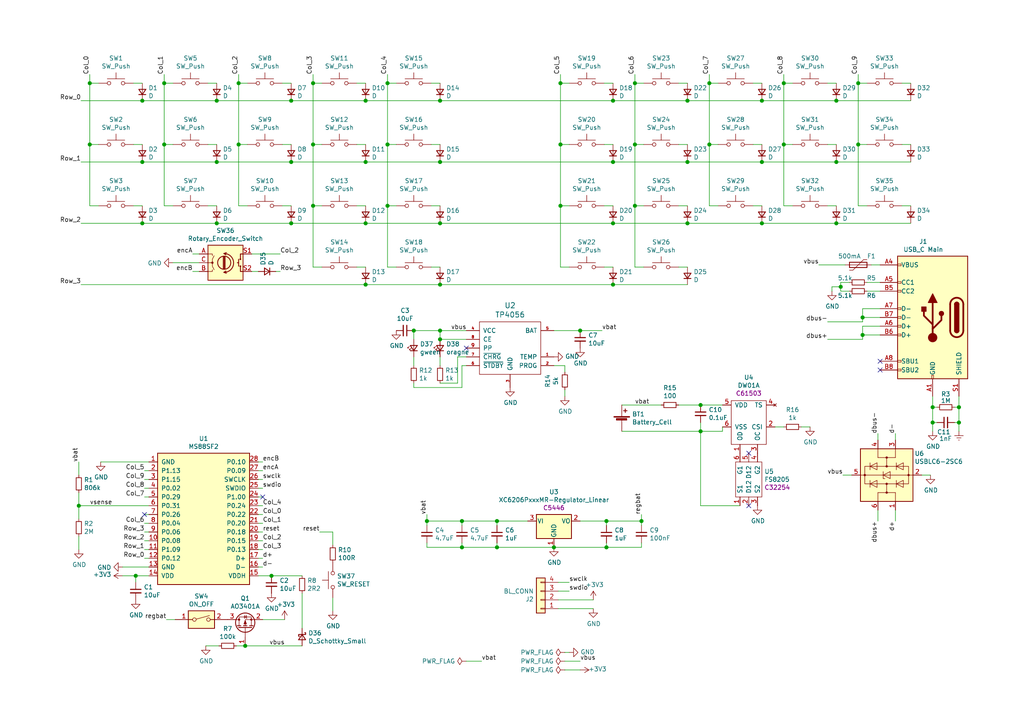
<source format=kicad_sch>
(kicad_sch (version 20210621) (generator eeschema)
  (paper "A4")
  (title_block (title "3W6Uni") (date "2021-03-18") (rev "v1.0") (comment 1 "Licensed under CERN-OHL-P v2") (comment 2 "(c) weteor") (comment 3 "2021"))
  (junction (at 22.86 146.685) (diameter 1.016))
  (junction (at 26.035 24.13) (diameter 1.016))
  (junction (at 26.035 41.91) (diameter 1.016))
  (junction (at 39.37 167.005) (diameter 1.016))
  (junction (at 41.275 29.21) (diameter 1.016))
  (junction (at 41.275 46.99) (diameter 1.016))
  (junction (at 41.275 64.77) (diameter 1.016))
  (junction (at 47.625 24.13) (diameter 1.016))
  (junction (at 47.625 41.91) (diameter 1.016))
  (junction (at 62.865 29.21) (diameter 1.016))
  (junction (at 62.865 46.99) (diameter 1.016))
  (junction (at 62.865 64.77) (diameter 1.016))
  (junction (at 69.215 24.13) (diameter 1.016))
  (junction (at 69.215 41.91) (diameter 1.016))
  (junction (at 71.12 187.325) (diameter 1.016))
  (junction (at 78.74 167.005) (diameter 1.016))
  (junction (at 84.455 29.21) (diameter 1.016))
  (junction (at 84.455 46.99) (diameter 1.016))
  (junction (at 84.455 64.77) (diameter 1.016))
  (junction (at 90.805 24.13) (diameter 1.016))
  (junction (at 90.805 41.91) (diameter 1.016))
  (junction (at 90.805 59.69) (diameter 1.016))
  (junction (at 106.045 29.21) (diameter 1.016))
  (junction (at 106.045 46.99) (diameter 1.016))
  (junction (at 106.045 64.77) (diameter 1.016))
  (junction (at 106.045 82.55) (diameter 1.016))
  (junction (at 112.395 24.13) (diameter 1.016))
  (junction (at 112.395 41.91) (diameter 1.016))
  (junction (at 112.395 59.69) (diameter 1.016))
  (junction (at 120.015 95.885) (diameter 1.016))
  (junction (at 123.825 151.13) (diameter 1.016))
  (junction (at 127.635 29.21) (diameter 1.016))
  (junction (at 127.635 46.99) (diameter 1.016))
  (junction (at 127.635 64.77) (diameter 1.016))
  (junction (at 127.635 82.55) (diameter 1.016))
  (junction (at 127.635 95.885) (diameter 1.016))
  (junction (at 127.635 98.425) (diameter 1.016))
  (junction (at 133.985 151.13) (diameter 1.016))
  (junction (at 133.985 158.75) (diameter 1.016))
  (junction (at 144.145 151.13) (diameter 1.016))
  (junction (at 144.145 158.75) (diameter 1.016))
  (junction (at 160.655 158.75) (diameter 1.016))
  (junction (at 162.56 24.13) (diameter 1.016))
  (junction (at 162.56 41.91) (diameter 1.016))
  (junction (at 162.56 59.69) (diameter 1.016))
  (junction (at 168.275 95.885) (diameter 1.016))
  (junction (at 175.895 151.13) (diameter 1.016))
  (junction (at 175.895 158.75) (diameter 1.016))
  (junction (at 177.8 29.21) (diameter 1.016))
  (junction (at 177.8 46.99) (diameter 1.016))
  (junction (at 177.8 64.77) (diameter 1.016))
  (junction (at 177.8 82.55) (diameter 1.016))
  (junction (at 184.15 24.13) (diameter 1.016))
  (junction (at 184.15 41.91) (diameter 1.016))
  (junction (at 184.15 59.69) (diameter 1.016))
  (junction (at 186.055 151.13) (diameter 1.016))
  (junction (at 199.39 29.21) (diameter 1.016))
  (junction (at 199.39 46.99) (diameter 1.016))
  (junction (at 199.39 64.77) (diameter 1.016))
  (junction (at 203.2 117.475) (diameter 1.016))
  (junction (at 203.2 125.095) (diameter 1.016))
  (junction (at 205.74 24.13) (diameter 1.016))
  (junction (at 205.74 41.91) (diameter 1.016))
  (junction (at 220.98 29.21) (diameter 1.016))
  (junction (at 220.98 46.99) (diameter 1.016))
  (junction (at 220.98 64.77) (diameter 1.016))
  (junction (at 227.33 24.13) (diameter 1.016))
  (junction (at 227.33 41.91) (diameter 1.016))
  (junction (at 242.57 29.21) (diameter 1.016))
  (junction (at 242.57 46.99) (diameter 1.016))
  (junction (at 242.57 64.77) (diameter 1.016))
  (junction (at 243.84 83.185) (diameter 1.016))
  (junction (at 248.92 24.13) (diameter 1.016))
  (junction (at 248.92 41.91) (diameter 1.016))
  (junction (at 250.19 92.075) (diameter 1.016))
  (junction (at 250.19 97.155) (diameter 1.016))
  (junction (at 270.51 118.11) (diameter 1.016))
  (junction (at 270.51 122.555) (diameter 1.016))
  (junction (at 278.13 118.11) (diameter 1.016))
  (junction (at 278.13 122.555) (diameter 1.016))
  (no_connect (at 41.91 149.225))
  (no_connect (at 76.2 144.145))
  (no_connect (at 135.255 100.965))
  (no_connect (at 217.17 131.445))
  (no_connect (at 217.17 146.685))
  (no_connect (at 255.27 104.775))
  (no_connect (at 255.27 107.315))
  (wire (pts (xy 22.86 133.985) (xy 22.86 137.795)))
  (wire (pts (xy 22.86 142.875) (xy 22.86 146.685)))
  (wire (pts (xy 22.86 146.685) (xy 43.18 146.685)))
  (wire (pts (xy 22.86 150.495) (xy 22.86 146.685)))
  (wire (pts (xy 22.86 159.385) (xy 22.86 155.575)))
  (wire (pts (xy 23.495 29.21) (xy 41.275 29.21)))
  (wire (pts (xy 23.495 46.99) (xy 41.275 46.99)))
  (wire (pts (xy 23.495 64.77) (xy 41.275 64.77)))
  (wire (pts (xy 23.495 82.55) (xy 106.045 82.55)))
  (wire (pts (xy 26.035 21.59) (xy 26.035 24.13)))
  (wire (pts (xy 26.035 24.13) (xy 28.575 24.13)))
  (wire (pts (xy 26.035 41.91) (xy 26.035 24.13)))
  (wire (pts (xy 26.035 59.69) (xy 26.035 41.91)))
  (wire (pts (xy 28.575 41.91) (xy 26.035 41.91)))
  (wire (pts (xy 28.575 59.69) (xy 26.035 59.69)))
  (wire (pts (xy 29.21 133.985) (xy 43.18 133.985)))
  (wire (pts (xy 35.56 164.465) (xy 43.18 164.465)))
  (wire (pts (xy 35.56 167.005) (xy 39.37 167.005)))
  (wire (pts (xy 38.735 24.13) (xy 41.275 24.13)))
  (wire (pts (xy 38.735 41.91) (xy 41.275 41.91)))
  (wire (pts (xy 38.735 59.69) (xy 41.275 59.69)))
  (wire (pts (xy 39.37 167.005) (xy 43.18 167.005)))
  (wire (pts (xy 39.37 168.91) (xy 39.37 167.005)))
  (wire (pts (xy 41.275 29.21) (xy 62.865 29.21)))
  (wire (pts (xy 41.275 46.99) (xy 62.865 46.99)))
  (wire (pts (xy 41.275 64.77) (xy 62.865 64.77)))
  (wire (pts (xy 41.91 136.525) (xy 43.18 136.525)))
  (wire (pts (xy 41.91 139.065) (xy 43.18 139.065)))
  (wire (pts (xy 41.91 141.605) (xy 43.18 141.605)))
  (wire (pts (xy 41.91 144.145) (xy 43.18 144.145)))
  (wire (pts (xy 41.91 149.225) (xy 43.18 149.225)))
  (wire (pts (xy 41.91 151.765) (xy 43.18 151.765)))
  (wire (pts (xy 41.91 154.305) (xy 43.18 154.305)))
  (wire (pts (xy 41.91 156.845) (xy 43.18 156.845)))
  (wire (pts (xy 41.91 159.385) (xy 43.18 159.385)))
  (wire (pts (xy 41.91 161.925) (xy 43.18 161.925)))
  (wire (pts (xy 47.625 21.59) (xy 47.625 24.13)))
  (wire (pts (xy 47.625 24.13) (xy 50.165 24.13)))
  (wire (pts (xy 47.625 41.91) (xy 47.625 24.13)))
  (wire (pts (xy 47.625 59.69) (xy 47.625 41.91)))
  (wire (pts (xy 48.26 179.705) (xy 50.8 179.705)))
  (wire (pts (xy 50.165 41.91) (xy 47.625 41.91)))
  (wire (pts (xy 50.165 59.69) (xy 47.625 59.69)))
  (wire (pts (xy 57.785 73.66) (xy 55.88 73.66)))
  (wire (pts (xy 57.785 76.2) (xy 50.165 76.2)))
  (wire (pts (xy 57.785 78.74) (xy 55.88 78.74)))
  (wire (pts (xy 59.69 187.325) (xy 63.5 187.325)))
  (wire (pts (xy 60.325 24.13) (xy 62.865 24.13)))
  (wire (pts (xy 60.325 41.91) (xy 62.865 41.91)))
  (wire (pts (xy 60.325 59.69) (xy 62.865 59.69)))
  (wire (pts (xy 62.865 29.21) (xy 84.455 29.21)))
  (wire (pts (xy 62.865 46.99) (xy 84.455 46.99)))
  (wire (pts (xy 62.865 64.77) (xy 84.455 64.77)))
  (wire (pts (xy 68.58 187.325) (xy 71.12 187.325)))
  (wire (pts (xy 69.215 21.59) (xy 69.215 24.13)))
  (wire (pts (xy 69.215 24.13) (xy 71.755 24.13)))
  (wire (pts (xy 69.215 41.91) (xy 69.215 24.13)))
  (wire (pts (xy 69.215 59.69) (xy 69.215 41.91)))
  (wire (pts (xy 71.12 187.325) (xy 87.63 187.325)))
  (wire (pts (xy 71.755 41.91) (xy 69.215 41.91)))
  (wire (pts (xy 71.755 59.69) (xy 69.215 59.69)))
  (wire (pts (xy 73.025 73.66) (xy 81.28 73.66)))
  (wire (pts (xy 73.025 78.74) (xy 74.93 78.74)))
  (wire (pts (xy 74.93 133.985) (xy 76.2 133.985)))
  (wire (pts (xy 74.93 136.525) (xy 76.2 136.525)))
  (wire (pts (xy 74.93 139.065) (xy 76.2 139.065)))
  (wire (pts (xy 74.93 141.605) (xy 76.2 141.605)))
  (wire (pts (xy 74.93 144.145) (xy 76.2 144.145)))
  (wire (pts (xy 74.93 146.685) (xy 76.2 146.685)))
  (wire (pts (xy 74.93 149.225) (xy 76.2 149.225)))
  (wire (pts (xy 74.93 151.765) (xy 76.2 151.765)))
  (wire (pts (xy 74.93 154.305) (xy 76.2 154.305)))
  (wire (pts (xy 74.93 156.845) (xy 76.2 156.845)))
  (wire (pts (xy 74.93 159.385) (xy 76.2 159.385)))
  (wire (pts (xy 74.93 161.925) (xy 76.2 161.925)))
  (wire (pts (xy 74.93 164.465) (xy 76.2 164.465)))
  (wire (pts (xy 74.93 167.005) (xy 78.74 167.005)))
  (wire (pts (xy 76.2 179.705) (xy 82.55 179.705)))
  (wire (pts (xy 78.74 167.005) (xy 87.63 167.005)))
  (wire (pts (xy 80.01 78.74) (xy 81.28 78.74)))
  (wire (pts (xy 81.915 41.91) (xy 84.455 41.91)))
  (wire (pts (xy 81.915 59.69) (xy 84.455 59.69)))
  (wire (pts (xy 84.455 24.13) (xy 81.915 24.13)))
  (wire (pts (xy 84.455 29.21) (xy 106.045 29.21)))
  (wire (pts (xy 84.455 46.99) (xy 106.045 46.99)))
  (wire (pts (xy 84.455 64.77) (xy 106.045 64.77)))
  (wire (pts (xy 87.63 172.085) (xy 87.63 182.245)))
  (wire (pts (xy 90.805 21.59) (xy 90.805 24.13)))
  (wire (pts (xy 90.805 24.13) (xy 93.345 24.13)))
  (wire (pts (xy 90.805 41.91) (xy 90.805 24.13)))
  (wire (pts (xy 90.805 59.69) (xy 90.805 41.91)))
  (wire (pts (xy 90.805 77.47) (xy 90.805 59.69)))
  (wire (pts (xy 92.71 154.305) (xy 96.52 154.305)))
  (wire (pts (xy 93.345 41.91) (xy 90.805 41.91)))
  (wire (pts (xy 93.345 59.69) (xy 90.805 59.69)))
  (wire (pts (xy 93.345 77.47) (xy 90.805 77.47)))
  (wire (pts (xy 96.52 154.305) (xy 96.52 158.115)))
  (wire (pts (xy 96.52 173.355) (xy 96.52 177.165)))
  (wire (pts (xy 103.505 41.91) (xy 106.045 41.91)))
  (wire (pts (xy 103.505 59.69) (xy 106.045 59.69)))
  (wire (pts (xy 103.505 77.47) (xy 106.045 77.47)))
  (wire (pts (xy 106.045 24.13) (xy 103.505 24.13)))
  (wire (pts (xy 106.045 29.21) (xy 127.635 29.21)))
  (wire (pts (xy 106.045 46.99) (xy 127.635 46.99)))
  (wire (pts (xy 106.045 64.77) (xy 127.635 64.77)))
  (wire (pts (xy 106.045 82.55) (xy 127.635 82.55)))
  (wire (pts (xy 112.395 21.59) (xy 112.395 24.13)))
  (wire (pts (xy 112.395 24.13) (xy 114.935 24.13)))
  (wire (pts (xy 112.395 41.91) (xy 112.395 24.13)))
  (wire (pts (xy 112.395 59.69) (xy 112.395 41.91)))
  (wire (pts (xy 112.395 77.47) (xy 112.395 59.69)))
  (wire (pts (xy 114.935 41.91) (xy 112.395 41.91)))
  (wire (pts (xy 114.935 59.69) (xy 112.395 59.69)))
  (wire (pts (xy 114.935 77.47) (xy 112.395 77.47)))
  (wire (pts (xy 120.015 95.885) (xy 120.015 98.425)))
  (wire (pts (xy 120.015 95.885) (xy 127.635 95.885)))
  (wire (pts (xy 120.015 103.505) (xy 120.015 106.045)))
  (wire (pts (xy 120.015 111.125) (xy 120.015 112.395)))
  (wire (pts (xy 120.015 112.395) (xy 133.985 112.395)))
  (wire (pts (xy 123.825 149.225) (xy 123.825 151.13)))
  (wire (pts (xy 123.825 151.13) (xy 123.825 152.4)))
  (wire (pts (xy 123.825 157.48) (xy 123.825 158.75)))
  (wire (pts (xy 123.825 158.75) (xy 133.985 158.75)))
  (wire (pts (xy 125.095 41.91) (xy 127.635 41.91)))
  (wire (pts (xy 125.095 59.69) (xy 127.635 59.69)))
  (wire (pts (xy 125.095 77.47) (xy 127.635 77.47)))
  (wire (pts (xy 127.635 24.13) (xy 125.095 24.13)))
  (wire (pts (xy 127.635 29.21) (xy 177.8 29.21)))
  (wire (pts (xy 127.635 46.99) (xy 177.8 46.99)))
  (wire (pts (xy 127.635 64.77) (xy 177.8 64.77)))
  (wire (pts (xy 127.635 95.885) (xy 127.635 98.425)))
  (wire (pts (xy 127.635 95.885) (xy 135.255 95.885)))
  (wire (pts (xy 127.635 103.505) (xy 127.635 106.045)))
  (wire (pts (xy 127.635 111.125) (xy 132.715 111.125)))
  (wire (pts (xy 132.715 103.505) (xy 135.255 103.505)))
  (wire (pts (xy 132.715 111.125) (xy 132.715 103.505)))
  (wire (pts (xy 133.985 106.045) (xy 135.255 106.045)))
  (wire (pts (xy 133.985 112.395) (xy 133.985 106.045)))
  (wire (pts (xy 133.985 151.13) (xy 123.825 151.13)))
  (wire (pts (xy 133.985 151.13) (xy 144.145 151.13)))
  (wire (pts (xy 133.985 152.4) (xy 133.985 151.13)))
  (wire (pts (xy 133.985 157.48) (xy 133.985 158.75)))
  (wire (pts (xy 133.985 158.75) (xy 144.145 158.75)))
  (wire (pts (xy 135.255 98.425) (xy 127.635 98.425)))
  (wire (pts (xy 135.255 191.77) (xy 139.7 191.77)))
  (wire (pts (xy 144.145 151.13) (xy 153.035 151.13)))
  (wire (pts (xy 144.145 152.4) (xy 144.145 151.13)))
  (wire (pts (xy 144.145 157.48) (xy 144.145 158.75)))
  (wire (pts (xy 144.145 158.75) (xy 160.655 158.75)))
  (wire (pts (xy 160.655 95.885) (xy 168.275 95.885)))
  (wire (pts (xy 160.655 106.045) (xy 163.83 106.045)))
  (wire (pts (xy 161.925 168.91) (xy 165.1 168.91)))
  (wire (pts (xy 161.925 171.45) (xy 165.1 171.45)))
  (wire (pts (xy 161.925 173.99) (xy 172.085 173.99)))
  (wire (pts (xy 161.925 176.53) (xy 172.085 176.53)))
  (wire (pts (xy 162.56 21.59) (xy 162.56 24.13)))
  (wire (pts (xy 162.56 24.13) (xy 165.1 24.13)))
  (wire (pts (xy 162.56 41.91) (xy 162.56 24.13)))
  (wire (pts (xy 162.56 59.69) (xy 162.56 41.91)))
  (wire (pts (xy 162.56 77.47) (xy 162.56 59.69)))
  (wire (pts (xy 163.83 106.045) (xy 163.83 107.95)))
  (wire (pts (xy 163.83 113.03) (xy 163.83 114.935)))
  (wire (pts (xy 163.83 189.23) (xy 165.1 189.23)))
  (wire (pts (xy 163.83 191.77) (xy 168.275 191.77)))
  (wire (pts (xy 163.83 194.31) (xy 168.275 194.31)))
  (wire (pts (xy 165.1 41.91) (xy 162.56 41.91)))
  (wire (pts (xy 165.1 59.69) (xy 162.56 59.69)))
  (wire (pts (xy 165.1 77.47) (xy 162.56 77.47)))
  (wire (pts (xy 168.275 95.885) (xy 174.625 95.885)))
  (wire (pts (xy 168.275 151.13) (xy 175.895 151.13)))
  (wire (pts (xy 175.26 24.13) (xy 177.8 24.13)))
  (wire (pts (xy 175.26 41.91) (xy 177.8 41.91)))
  (wire (pts (xy 175.26 59.69) (xy 177.8 59.69)))
  (wire (pts (xy 175.895 151.13) (xy 186.055 151.13)))
  (wire (pts (xy 175.895 152.4) (xy 175.895 151.13)))
  (wire (pts (xy 175.895 157.48) (xy 175.895 158.75)))
  (wire (pts (xy 175.895 158.75) (xy 160.655 158.75)))
  (wire (pts (xy 175.895 158.75) (xy 186.055 158.75)))
  (wire (pts (xy 177.8 29.21) (xy 199.39 29.21)))
  (wire (pts (xy 177.8 46.99) (xy 199.39 46.99)))
  (wire (pts (xy 177.8 64.77) (xy 199.39 64.77)))
  (wire (pts (xy 177.8 77.47) (xy 175.26 77.47)))
  (wire (pts (xy 177.8 82.55) (xy 127.635 82.55)))
  (wire (pts (xy 177.8 82.55) (xy 199.39 82.55)))
  (wire (pts (xy 180.34 117.475) (xy 191.77 117.475)))
  (wire (pts (xy 180.34 125.095) (xy 203.2 125.095)))
  (wire (pts (xy 184.15 21.59) (xy 184.15 24.13)))
  (wire (pts (xy 184.15 24.13) (xy 186.69 24.13)))
  (wire (pts (xy 184.15 41.91) (xy 184.15 24.13)))
  (wire (pts (xy 184.15 59.69) (xy 184.15 41.91)))
  (wire (pts (xy 184.15 77.47) (xy 184.15 59.69)))
  (wire (pts (xy 186.055 149.225) (xy 186.055 151.13)))
  (wire (pts (xy 186.055 151.13) (xy 186.055 152.4)))
  (wire (pts (xy 186.055 158.75) (xy 186.055 157.48)))
  (wire (pts (xy 186.69 41.91) (xy 184.15 41.91)))
  (wire (pts (xy 186.69 59.69) (xy 184.15 59.69)))
  (wire (pts (xy 186.69 77.47) (xy 184.15 77.47)))
  (wire (pts (xy 196.85 24.13) (xy 199.39 24.13)))
  (wire (pts (xy 196.85 41.91) (xy 199.39 41.91)))
  (wire (pts (xy 196.85 59.69) (xy 199.39 59.69)))
  (wire (pts (xy 196.85 77.47) (xy 199.39 77.47)))
  (wire (pts (xy 196.85 117.475) (xy 203.2 117.475)))
  (wire (pts (xy 199.39 29.21) (xy 220.98 29.21)))
  (wire (pts (xy 199.39 46.99) (xy 220.98 46.99)))
  (wire (pts (xy 199.39 64.77) (xy 220.98 64.77)))
  (wire (pts (xy 203.2 117.475) (xy 209.55 117.475)))
  (wire (pts (xy 203.2 122.555) (xy 203.2 125.095)))
  (wire (pts (xy 203.2 125.095) (xy 203.2 146.685)))
  (wire (pts (xy 203.2 125.095) (xy 209.55 125.095)))
  (wire (pts (xy 203.2 146.685) (xy 214.63 146.685)))
  (wire (pts (xy 205.74 21.59) (xy 205.74 24.13)))
  (wire (pts (xy 205.74 24.13) (xy 208.28 24.13)))
  (wire (pts (xy 205.74 41.91) (xy 205.74 24.13)))
  (wire (pts (xy 205.74 59.69) (xy 205.74 41.91)))
  (wire (pts (xy 208.28 41.91) (xy 205.74 41.91)))
  (wire (pts (xy 208.28 59.69) (xy 205.74 59.69)))
  (wire (pts (xy 209.55 125.095) (xy 209.55 123.825)))
  (wire (pts (xy 218.44 41.91) (xy 220.98 41.91)))
  (wire (pts (xy 218.44 59.69) (xy 220.98 59.69)))
  (wire (pts (xy 220.98 24.13) (xy 218.44 24.13)))
  (wire (pts (xy 220.98 29.21) (xy 242.57 29.21)))
  (wire (pts (xy 220.98 46.99) (xy 242.57 46.99)))
  (wire (pts (xy 220.98 64.77) (xy 242.57 64.77)))
  (wire (pts (xy 224.79 123.825) (xy 227.33 123.825)))
  (wire (pts (xy 227.33 21.59) (xy 227.33 24.13)))
  (wire (pts (xy 227.33 24.13) (xy 229.87 24.13)))
  (wire (pts (xy 227.33 41.91) (xy 227.33 24.13)))
  (wire (pts (xy 227.33 59.69) (xy 227.33 41.91)))
  (wire (pts (xy 229.87 41.91) (xy 227.33 41.91)))
  (wire (pts (xy 229.87 59.69) (xy 227.33 59.69)))
  (wire (pts (xy 232.41 123.825) (xy 234.95 123.825)))
  (wire (pts (xy 240.03 41.91) (xy 242.57 41.91)))
  (wire (pts (xy 240.03 59.69) (xy 242.57 59.69)))
  (wire (pts (xy 240.03 93.345) (xy 250.19 93.345)))
  (wire (pts (xy 240.03 98.425) (xy 250.19 98.425)))
  (wire (pts (xy 241.3 83.185) (xy 241.3 84.455)))
  (wire (pts (xy 242.57 24.13) (xy 240.03 24.13)))
  (wire (pts (xy 242.57 29.21) (xy 264.16 29.21)))
  (wire (pts (xy 242.57 46.99) (xy 264.16 46.99)))
  (wire (pts (xy 242.57 64.77) (xy 264.16 64.77)))
  (wire (pts (xy 243.84 81.915) (xy 243.84 83.185)))
  (wire (pts (xy 243.84 83.185) (xy 241.3 83.185)))
  (wire (pts (xy 243.84 83.185) (xy 243.84 84.455)))
  (wire (pts (xy 243.84 84.455) (xy 246.38 84.455)))
  (wire (pts (xy 244.475 137.795) (xy 247.015 137.795)))
  (wire (pts (xy 245.11 76.835) (xy 237.49 76.835)))
  (wire (pts (xy 246.38 81.915) (xy 243.84 81.915)))
  (wire (pts (xy 248.92 21.59) (xy 248.92 24.13)))
  (wire (pts (xy 248.92 24.13) (xy 251.46 24.13)))
  (wire (pts (xy 248.92 41.91) (xy 248.92 24.13)))
  (wire (pts (xy 248.92 59.69) (xy 248.92 41.91)))
  (wire (pts (xy 250.19 89.535) (xy 250.19 92.075)))
  (wire (pts (xy 250.19 92.075) (xy 250.19 93.345)))
  (wire (pts (xy 250.19 92.075) (xy 255.27 92.075)))
  (wire (pts (xy 250.19 94.615) (xy 250.19 97.155)))
  (wire (pts (xy 250.19 97.155) (xy 250.19 98.425)))
  (wire (pts (xy 250.19 97.155) (xy 255.27 97.155)))
  (wire (pts (xy 251.46 41.91) (xy 248.92 41.91)))
  (wire (pts (xy 251.46 59.69) (xy 248.92 59.69)))
  (wire (pts (xy 251.46 84.455) (xy 255.27 84.455)))
  (wire (pts (xy 252.73 76.835) (xy 255.27 76.835)))
  (wire (pts (xy 254.635 125.73) (xy 254.635 127.635)))
  (wire (pts (xy 254.635 147.955) (xy 254.635 151.13)))
  (wire (pts (xy 255.27 81.915) (xy 251.46 81.915)))
  (wire (pts (xy 255.27 89.535) (xy 250.19 89.535)))
  (wire (pts (xy 255.27 94.615) (xy 250.19 94.615)))
  (wire (pts (xy 259.715 125.73) (xy 259.715 127.635)))
  (wire (pts (xy 259.715 147.955) (xy 259.715 151.13)))
  (wire (pts (xy 261.62 41.91) (xy 264.16 41.91)))
  (wire (pts (xy 261.62 59.69) (xy 264.16 59.69)))
  (wire (pts (xy 264.16 24.13) (xy 261.62 24.13)))
  (wire (pts (xy 267.335 137.795) (xy 269.875 137.795)))
  (wire (pts (xy 270.51 118.11) (xy 270.51 114.935)))
  (wire (pts (xy 270.51 118.11) (xy 270.51 122.555)))
  (wire (pts (xy 270.51 122.555) (xy 270.51 125.095)))
  (wire (pts (xy 270.51 122.555) (xy 271.78 122.555)))
  (wire (pts (xy 271.78 118.11) (xy 270.51 118.11)))
  (wire (pts (xy 278.13 114.935) (xy 278.13 118.11)))
  (wire (pts (xy 278.13 118.11) (xy 276.86 118.11)))
  (wire (pts (xy 278.13 118.11) (xy 278.13 122.555)))
  (wire (pts (xy 278.13 122.555) (xy 276.86 122.555)))
  (wire (pts (xy 278.13 122.555) (xy 278.13 125.095)))
  (label "vbat" (at 22.86 133.985 90))
  (label "Row_0" (at 23.495 29.21 180))
  (label "Row_1" (at 23.495 46.99 180))
  (label "Row_2" (at 23.495 64.77 180))
  (label "Row_3" (at 23.495 82.55 180))
  (label "Col_0" (at 26.035 21.59 90))
  (label "vsense" (at 26.035 146.685 0))
  (label "Col_5" (at 41.91 136.525 180))
  (label "Col_9" (at 41.91 139.065 180))
  (label "Col_8" (at 41.91 141.605 180))
  (label "Col_7" (at 41.91 144.145 180))
  (label "Col_6" (at 41.91 151.765 180))
  (label "Row_3" (at 41.91 154.305 180))
  (label "Row_2" (at 41.91 156.845 180))
  (label "Row_1" (at 41.91 159.385 180))
  (label "Row_0" (at 41.91 161.925 180))
  (label "Col_1" (at 47.625 21.59 90))
  (label "regbat" (at 48.26 179.705 180))
  (label "encA" (at 55.88 73.66 180))
  (label "encB" (at 55.88 78.74 180))
  (label "Col_2" (at 69.215 21.59 90))
  (label "encB" (at 76.2 133.985 0))
  (label "encA" (at 76.2 136.525 0))
  (label "swclk" (at 76.2 139.065 0))
  (label "swdio" (at 76.2 141.605 0))
  (label "Col_4" (at 76.2 146.685 0))
  (label "Col_0" (at 76.2 149.225 0))
  (label "Col_1" (at 76.2 151.765 0))
  (label "reset" (at 76.2 154.305 0))
  (label "Col_2" (at 76.2 156.845 0))
  (label "Col_3" (at 76.2 159.385 0))
  (label "d+" (at 76.2 161.925 0))
  (label "d-" (at 76.2 164.465 0))
  (label "vbus" (at 78.105 187.325 0))
  (label "Col_2" (at 81.28 73.66 0))
  (label "Row_3" (at 81.28 78.74 0))
  (label "Col_3" (at 90.805 21.59 90))
  (label "reset" (at 92.71 154.305 180))
  (label "Col_4" (at 112.395 21.59 90))
  (label "vbat" (at 123.825 149.225 90))
  (label "vbus" (at 130.81 95.885 0))
  (label "vbat" (at 139.7 191.77 0))
  (label "Col_5" (at 162.56 21.59 90))
  (label "swclk" (at 165.1 168.91 0))
  (label "swdio" (at 165.1 171.45 0))
  (label "vbus" (at 168.275 191.77 0))
  (label "vbat" (at 174.625 95.885 0))
  (label "Col_6" (at 184.15 21.59 90))
  (label "vbat" (at 184.15 117.475 0))
  (label "regbat" (at 186.055 149.225 90))
  (label "Col_7" (at 205.74 21.59 90))
  (label "Col_8" (at 227.33 21.59 90))
  (label "vbus" (at 237.49 76.835 180))
  (label "dbus-" (at 240.03 93.345 180))
  (label "dbus+" (at 240.03 98.425 180))
  (label "vbus" (at 244.475 137.795 180))
  (label "Col_9" (at 248.92 21.59 90))
  (label "dbus-" (at 254.635 125.73 90))
  (label "dbus+" (at 254.635 151.13 270))
  (label "d-" (at 259.715 125.73 90))
  (label "d+" (at 259.715 151.13 270))
  (symbol (lib_id "power:+3V3") (at 35.56 167.005 90) (unit 1)
    (property "Reference" "#PWR04" (effects hide))
    (property "Value" "+3V3" (at 32.3088 166.624 90) (effects (justify left)))
  )
  (symbol (lib_id "power:+3V3") (at 82.55 179.705 0) (unit 1)
    (property "Reference" "#PWR08" (effects hide))
    (property "Value" "+3V3" (at 82.931 175.3108 0))
  )
  (symbol (lib_id "power:+3V3") (at 168.275 194.31 270) (unit 1)
    (property "Reference" "#PWR0101" (effects hide))
    (property "Value" "+3V3" (at 173.3042 194.056 90))
  )
  (symbol (lib_id "power:+3V3") (at 172.085 173.99 0) (unit 1)
    (property "Reference" "#PWR025" (effects hide))
    (property "Value" "+3V3" (at 172.466 169.5958 0))
  )
  (symbol (lib_id "power:PWR_FLAG") (at 135.255 191.77 90) (unit 1)
    (property "Reference" "#FLG0102" (effects hide))
    (property "Value" "PWR_FLAG" (at 132.0292 191.77 90) (effects (justify left)))
  )
  (symbol (lib_id "power:PWR_FLAG") (at 163.83 189.23 90) (unit 1)
    (property "Reference" "#FLG02" (effects hide))
    (property "Value" "PWR_FLAG" (at 160.6042 189.23 90) (effects (justify left)))
  )
  (symbol (lib_id "power:PWR_FLAG") (at 163.83 191.77 90) (unit 1)
    (property "Reference" "#FLG03" (effects hide))
    (property "Value" "PWR_FLAG" (at 160.6042 191.77 90) (effects (justify left)))
  )
  (symbol (lib_id "power:PWR_FLAG") (at 163.83 194.31 90) (unit 1)
    (property "Reference" "#FLG04" (effects hide))
    (property "Value" "PWR_FLAG" (at 160.6042 194.31 90) (effects (justify left)))
  )
  (symbol (lib_id "power:GND") (at 22.86 159.385 0) (unit 1)
    (property "Reference" "#PWR01" (effects hide))
    (property "Value" "GND" (at 22.987 163.7792 0))
  )
  (symbol (lib_id "power:GND") (at 29.21 133.985 0) (unit 1)
    (property "Reference" "#PWR02" (effects hide))
    (property "Value" "GND" (at 29.337 138.3792 0))
  )
  (symbol (lib_id "power:GND") (at 35.56 164.465 270) (unit 1)
    (property "Reference" "#PWR03" (effects hide))
    (property "Value" "GND" (at 32.3088 164.592 90) (effects (justify right)))
  )
  (symbol (lib_id "power:GND") (at 39.37 173.99 0) (unit 1)
    (property "Reference" "#PWR05" (effects hide))
    (property "Value" "GND" (at 39.497 178.3842 0))
  )
  (symbol (lib_id "power:GND") (at 50.165 76.2 270) (unit 1)
    (property "Reference" "#PWR018" (effects hide))
    (property "Value" "GND" (at 46.9138 76.327 90) (effects (justify right)))
  )
  (symbol (lib_id "power:GND") (at 59.69 187.325 0) (unit 1)
    (property "Reference" "#PWR06" (effects hide))
    (property "Value" "GND" (at 59.817 191.7192 0))
  )
  (symbol (lib_id "power:GND") (at 78.74 172.085 0) (unit 1)
    (property "Reference" "#PWR07" (effects hide))
    (property "Value" "GND" (at 78.867 176.4792 0))
  )
  (symbol (lib_id "power:GND") (at 96.52 177.165 0) (unit 1)
    (property "Reference" "#PWR09" (effects hide))
    (property "Value" "GND" (at 96.647 181.5592 0))
  )
  (symbol (lib_id "power:GND") (at 114.935 95.885 0) (unit 1)
    (property "Reference" "#PWR020" (effects hide))
    (property "Value" "GND" (at 115.062 100.2792 0))
  )
  (symbol (lib_id "power:GND") (at 147.955 112.395 0) (unit 1)
    (property "Reference" "#PWR021" (effects hide))
    (property "Value" "GND" (at 148.082 116.7892 0))
  )
  (symbol (lib_id "power:GND") (at 160.655 103.505 90) (unit 1)
    (property "Reference" "#PWR022" (effects hide))
    (property "Value" "GND" (at 163.9062 103.378 90) (effects (justify right)))
  )
  (symbol (lib_id "power:GND") (at 160.655 158.75 0) (unit 1)
    (property "Reference" "#PWR023" (effects hide))
    (property "Value" "GND" (at 160.782 163.1442 0))
  )
  (symbol (lib_id "power:GND") (at 163.83 114.935 0) (unit 1)
    (property "Reference" "#PWR027" (effects hide))
    (property "Value" "GND" (at 163.957 119.3292 0))
  )
  (symbol (lib_id "power:GND") (at 165.1 189.23 90) (unit 1)
    (property "Reference" "#PWR012" (effects hide))
    (property "Value" "GND" (at 168.3512 189.103 90) (effects (justify right)))
  )
  (symbol (lib_id "power:GND") (at 168.275 100.965 0) (unit 1)
    (property "Reference" "#PWR024" (effects hide))
    (property "Value" "GND" (at 168.402 105.3592 0))
  )
  (symbol (lib_id "power:GND") (at 172.085 176.53 0) (unit 1)
    (property "Reference" "#PWR026" (effects hide))
    (property "Value" "GND" (at 172.212 180.9242 0))
  )
  (symbol (lib_id "power:GND") (at 219.71 146.685 0) (unit 1)
    (property "Reference" "#PWR028" (effects hide))
    (property "Value" "GND" (at 219.837 151.0792 0))
  )
  (symbol (lib_id "power:GND") (at 234.95 123.825 0) (unit 1)
    (property "Reference" "#PWR029" (effects hide))
    (property "Value" "GND" (at 235.077 128.2192 0))
  )
  (symbol (lib_id "power:GND") (at 241.3 84.455 0) (unit 1)
    (property "Reference" "#PWR016" (effects hide))
    (property "Value" "GND" (at 241.427 88.8492 0))
  )
  (symbol (lib_id "power:GND") (at 269.875 137.795 0) (unit 1)
    (property "Reference" "#PWR030" (effects hide))
    (property "Value" "GND" (at 270.002 142.1892 0))
  )
  (symbol (lib_id "power:GND") (at 270.51 125.095 0) (unit 1)
    (property "Reference" "#PWR017" (effects hide))
    (property "Value" "GND" (at 270.637 129.4892 0))
  )
  (symbol (lib_id "power:Earth") (at 278.13 125.095 0) (unit 1)
    (property "Reference" "#PWR010" (effects hide))
    (property "Value" "Earth" (effects hide))
  )
  (symbol (lib_id "Device:R_Small") (at 22.86 140.335 0) (unit 1)
    (property "Reference" "R1" (at 24.3586 139.1666 0) (effects (justify left)))
    (property "Value" "806k" (at 24.3586 141.478 0) (effects (justify left)))
    (property "Footprint" "Resistor_SMD:R_0805_2012Metric_Pad1.20x1.40mm_HandSolder" (effects hide))
  )
  (symbol (lib_id "Device:R_Small") (at 22.86 153.035 0) (unit 1)
    (property "Reference" "R2" (at 24.3586 151.8666 0) (effects (justify left)))
    (property "Value" "2M" (at 24.3586 154.178 0) (effects (justify left)))
    (property "Footprint" "Resistor_SMD:R_0805_2012Metric_Pad1.20x1.40mm_HandSolder" (effects hide))
  )
  (symbol (lib_id "Device:R_Small") (at 66.04 187.325 270) (unit 1)
    (property "Reference" "R7" (at 66.04 182.3466 90))
    (property "Value" "100k" (at 66.04 184.658 90))
    (property "Footprint" "Resistor_SMD:R_0805_2012Metric_Pad1.20x1.40mm_HandSolder" (effects hide))
  )
  (symbol (lib_id "Device:R_Small") (at 87.63 169.545 0) (unit 1)
    (property "Reference" "R8" (at 89.1286 168.3766 0) (effects (justify left)))
    (property "Value" "2R2" (at 89.1286 170.688 0) (effects (justify left)))
    (property "Footprint" "Resistor_SMD:R_0805_2012Metric_Pad1.20x1.40mm_HandSolder" (effects hide))
  )
  (symbol (lib_id "Device:R_Small") (at 96.52 160.655 0) (unit 1)
    (property "Reference" "R10" (at 98.0186 159.4866 0) (effects (justify left)))
    (property "Value" "100R" (at 98.0186 161.798 0) (effects (justify left)))
    (property "Footprint" "Resistor_SMD:R_0805_2012Metric_Pad1.20x1.40mm_HandSolder" (effects hide))
  )
  (symbol (lib_id "Device:R_Small") (at 120.015 108.585 0) (unit 1)
    (property "Reference" "R12" (at 121.5136 107.4166 0) (effects (justify left)))
    (property "Value" "1k" (at 121.5136 109.728 0) (effects (justify left)))
    (property "Footprint" "Resistor_SMD:R_0805_2012Metric_Pad1.20x1.40mm_HandSolder" (effects hide))
  )
  (symbol (lib_id "Device:R_Small") (at 127.635 108.585 0) (unit 1)
    (property "Reference" "R13" (at 129.1336 107.4166 0) (effects (justify left)))
    (property "Value" "1k" (at 129.1336 109.728 0) (effects (justify left)))
    (property "Footprint" "Resistor_SMD:R_0805_2012Metric_Pad1.20x1.40mm_HandSolder" (effects hide))
  )
  (symbol (lib_id "Device:R_Small") (at 163.83 110.49 0) (unit 1)
    (property "Reference" "R14" (at 158.8516 110.49 90))
    (property "Value" "5k" (at 161.163 110.49 90))
    (property "Footprint" "Resistor_SMD:R_0805_2012Metric_Pad1.20x1.40mm_HandSolder" (effects hide))
  )
  (symbol (lib_id "Device:R_Small") (at 194.31 117.475 270) (unit 1)
    (property "Reference" "R15" (at 194.31 112.4966 90))
    (property "Value" "100" (at 194.31 114.808 90))
    (property "Footprint" "Resistor_SMD:R_0805_2012Metric_Pad1.20x1.40mm_HandSolder" (effects hide))
  )
  (symbol (lib_id "Device:R_Small") (at 229.87 123.825 270) (unit 1)
    (property "Reference" "R16" (at 229.87 118.8466 90))
    (property "Value" "1k" (at 229.87 121.158 90))
    (property "Footprint" "Resistor_SMD:R_0805_2012Metric_Pad1.20x1.40mm_HandSolder" (effects hide))
  )
  (symbol (lib_id "Device:R_Small") (at 248.92 81.915 270) (unit 1)
    (property "Reference" "R5" (at 252.73 80.645 90))
    (property "Value" "5.1k" (at 245.11 80.645 90))
    (property "Footprint" "Resistor_SMD:R_0805_2012Metric_Pad1.20x1.40mm_HandSolder" (effects hide))
  )
  (symbol (lib_id "Device:R_Small") (at 248.92 84.455 270) (unit 1)
    (property "Reference" "R6" (at 252.73 85.725 90))
    (property "Value" "5.1k" (at 245.11 85.725 90))
    (property "Footprint" "Resistor_SMD:R_0805_2012Metric_Pad1.20x1.40mm_HandSolder" (effects hide))
  )
  (symbol (lib_id "Device:R_Small") (at 274.32 118.11 270) (unit 1)
    (property "Reference" "R3" (at 274.32 114.3 90))
    (property "Value" "1M" (at 274.32 116.205 90))
    (property "Footprint" "Resistor_SMD:R_0805_2012Metric_Pad1.20x1.40mm_HandSolder" (effects hide))
  )
  (symbol (lib_id "Device:D_Small") (at 41.275 26.67 90) (unit 1)
    (property "Reference" "D1" (at 43.053 25.5016 90) (effects (justify right)))
    (property "Value" "D" (at 43.053 27.813 90) (effects (justify right)))
    (property "Footprint" "Weteor:D_SOD-123" (effects hide))
  )
  (symbol (lib_id "Device:D_Small") (at 41.275 44.45 90) (unit 1)
    (property "Reference" "D2" (at 43.053 43.2816 90) (effects (justify right)))
    (property "Value" "D" (at 43.053 45.593 90) (effects (justify right)))
    (property "Footprint" "Weteor:D_SOD-123" (effects hide))
  )
  (symbol (lib_id "Device:D_Small") (at 41.275 62.23 90) (unit 1)
    (property "Reference" "D3" (at 43.053 61.0616 90) (effects (justify right)))
    (property "Value" "D" (at 43.053 63.373 90) (effects (justify right)))
    (property "Footprint" "Weteor:D_SOD-123" (effects hide))
  )
  (symbol (lib_id "Device:D_Small") (at 62.865 26.67 90) (unit 1)
    (property "Reference" "D4" (at 64.643 25.5016 90) (effects (justify right)))
    (property "Value" "D" (at 64.643 27.813 90) (effects (justify right)))
    (property "Footprint" "Weteor:D_SOD-123" (effects hide))
  )
  (symbol (lib_id "Device:D_Small") (at 62.865 44.45 90) (unit 1)
    (property "Reference" "D5" (at 64.643 43.2816 90) (effects (justify right)))
    (property "Value" "D" (at 64.643 45.593 90) (effects (justify right)))
    (property "Footprint" "Weteor:D_SOD-123" (effects hide))
  )
  (symbol (lib_id "Device:D_Small") (at 62.865 62.23 90) (unit 1)
    (property "Reference" "D6" (at 64.643 61.0616 90) (effects (justify right)))
    (property "Value" "D" (at 64.643 63.373 90) (effects (justify right)))
    (property "Footprint" "Weteor:D_SOD-123" (effects hide))
  )
  (symbol (lib_id "Device:D_Small") (at 77.47 78.74 180) (unit 1)
    (property "Reference" "D35" (at 76.3016 76.962 90) (effects (justify right)))
    (property "Value" "D" (at 78.613 76.962 90) (effects (justify right)))
    (property "Footprint" "Weteor:D_SOD-123" (effects hide))
  )
  (symbol (lib_id "Device:D_Small") (at 84.455 26.67 90) (unit 1)
    (property "Reference" "D7" (at 86.233 25.5016 90) (effects (justify right)))
    (property "Value" "D" (at 86.233 27.813 90) (effects (justify right)))
    (property "Footprint" "Weteor:D_SOD-123" (effects hide))
  )
  (symbol (lib_id "Device:D_Small") (at 84.455 44.45 90) (unit 1)
    (property "Reference" "D8" (at 86.233 43.2816 90) (effects (justify right)))
    (property "Value" "D" (at 86.233 45.593 90) (effects (justify right)))
    (property "Footprint" "Weteor:D_SOD-123" (effects hide))
  )
  (symbol (lib_id "Device:D_Small") (at 84.455 62.23 90) (unit 1)
    (property "Reference" "D9" (at 86.233 61.0616 90) (effects (justify right)))
    (property "Value" "D" (at 86.233 63.373 90) (effects (justify right)))
    (property "Footprint" "Weteor:D_SOD-123" (effects hide))
  )
  (symbol (lib_id "Device:D_Schottky_Small") (at 87.63 184.785 270) (unit 1)
    (property "Reference" "D36" (at 89.408 183.6166 90) (effects (justify left)))
    (property "Value" "D_Schottky_Small" (at 89.408 185.928 90) (effects (justify left)))
    (property "Footprint" "Diode_SMD:D_SOD-323_HandSoldering" (effects hide))
  )
  (symbol (lib_id "Device:D_Small") (at 106.045 26.67 90) (unit 1)
    (property "Reference" "D10" (at 107.823 25.5016 90) (effects (justify right)))
    (property "Value" "D" (at 107.823 27.813 90) (effects (justify right)))
    (property "Footprint" "Weteor:D_SOD-123" (effects hide))
  )
  (symbol (lib_id "Device:D_Small") (at 106.045 44.45 90) (unit 1)
    (property "Reference" "D11" (at 107.823 43.2816 90) (effects (justify right)))
    (property "Value" "D" (at 107.823 45.593 90) (effects (justify right)))
    (property "Footprint" "Weteor:D_SOD-123" (effects hide))
  )
  (symbol (lib_id "Device:D_Small") (at 106.045 62.23 90) (unit 1)
    (property "Reference" "D12" (at 107.823 61.0616 90) (effects (justify right)))
    (property "Value" "D" (at 107.823 63.373 90) (effects (justify right)))
    (property "Footprint" "Weteor:D_SOD-123" (effects hide))
  )
  (symbol (lib_id "Device:D_Small") (at 106.045 80.01 90) (unit 1)
    (property "Reference" "D13" (at 107.823 78.8416 90) (effects (justify right)))
    (property "Value" "D" (at 107.823 81.153 90) (effects (justify right)))
    (property "Footprint" "Weteor:D_SOD-123" (effects hide))
  )
  (symbol (lib_id "Device:D_Small") (at 127.635 26.67 90) (unit 1)
    (property "Reference" "D14" (at 129.413 25.5016 90) (effects (justify right)))
    (property "Value" "D" (at 129.413 27.813 90) (effects (justify right)))
    (property "Footprint" "Weteor:D_SOD-123" (effects hide))
  )
  (symbol (lib_id "Device:D_Small") (at 127.635 44.45 90) (unit 1)
    (property "Reference" "D15" (at 129.413 43.2816 90) (effects (justify right)))
    (property "Value" "D" (at 129.413 45.593 90) (effects (justify right)))
    (property "Footprint" "Weteor:D_SOD-123" (effects hide))
  )
  (symbol (lib_id "Device:D_Small") (at 127.635 62.23 90) (unit 1)
    (property "Reference" "D16" (at 129.413 61.0616 90) (effects (justify right)))
    (property "Value" "D" (at 129.413 63.373 90) (effects (justify right)))
    (property "Footprint" "Weteor:D_SOD-123" (effects hide))
  )
  (symbol (lib_id "Device:D_Small") (at 127.635 80.01 90) (unit 1)
    (property "Reference" "D17" (at 129.413 78.8416 90) (effects (justify right)))
    (property "Value" "D" (at 129.413 81.153 90) (effects (justify right)))
    (property "Footprint" "Weteor:D_SOD-123" (effects hide))
  )
  (symbol (lib_id "Device:D_Small") (at 177.8 26.67 90) (unit 1)
    (property "Reference" "D18" (at 179.578 25.5016 90) (effects (justify right)))
    (property "Value" "D" (at 179.578 27.813 90) (effects (justify right)))
    (property "Footprint" "Weteor:D_SOD-123" (effects hide))
  )
  (symbol (lib_id "Device:D_Small") (at 177.8 44.45 90) (unit 1)
    (property "Reference" "D19" (at 179.578 43.2816 90) (effects (justify right)))
    (property "Value" "D" (at 179.578 45.593 90) (effects (justify right)))
    (property "Footprint" "Weteor:D_SOD-123" (effects hide))
  )
  (symbol (lib_id "Device:D_Small") (at 177.8 62.23 90) (unit 1)
    (property "Reference" "D20" (at 179.578 61.0616 90) (effects (justify right)))
    (property "Value" "D" (at 179.578 63.373 90) (effects (justify right)))
    (property "Footprint" "Weteor:D_SOD-123" (effects hide))
  )
  (symbol (lib_id "Device:D_Small") (at 177.8 80.01 90) (unit 1)
    (property "Reference" "D21" (at 179.578 78.8416 90) (effects (justify right)))
    (property "Value" "D" (at 179.578 81.153 90) (effects (justify right)))
    (property "Footprint" "Weteor:D_SOD-123" (effects hide))
  )
  (symbol (lib_id "Device:D_Small") (at 199.39 26.67 90) (unit 1)
    (property "Reference" "D22" (at 201.168 25.5016 90) (effects (justify right)))
    (property "Value" "D" (at 201.168 27.813 90) (effects (justify right)))
    (property "Footprint" "Weteor:D_SOD-123" (effects hide))
  )
  (symbol (lib_id "Device:D_Small") (at 199.39 44.45 90) (unit 1)
    (property "Reference" "D23" (at 201.168 43.2816 90) (effects (justify right)))
    (property "Value" "D" (at 201.168 45.593 90) (effects (justify right)))
    (property "Footprint" "Weteor:D_SOD-123" (effects hide))
  )
  (symbol (lib_id "Device:D_Small") (at 199.39 62.23 90) (unit 1)
    (property "Reference" "D24" (at 201.168 61.0616 90) (effects (justify right)))
    (property "Value" "D" (at 201.168 63.373 90) (effects (justify right)))
    (property "Footprint" "Weteor:D_SOD-123" (effects hide))
  )
  (symbol (lib_id "Device:D_Small") (at 199.39 80.01 90) (unit 1)
    (property "Reference" "D25" (at 201.168 78.8416 90) (effects (justify right)))
    (property "Value" "D" (at 201.168 81.153 90) (effects (justify right)))
    (property "Footprint" "Weteor:D_SOD-123" (effects hide))
  )
  (symbol (lib_id "Device:D_Small") (at 220.98 26.67 90) (unit 1)
    (property "Reference" "D26" (at 222.758 25.5016 90) (effects (justify right)))
    (property "Value" "D" (at 222.758 27.813 90) (effects (justify right)))
    (property "Footprint" "Weteor:D_SOD-123" (effects hide))
  )
  (symbol (lib_id "Device:D_Small") (at 220.98 44.45 90) (unit 1)
    (property "Reference" "D27" (at 222.758 43.2816 90) (effects (justify right)))
    (property "Value" "D" (at 222.758 45.593 90) (effects (justify right)))
    (property "Footprint" "Weteor:D_SOD-123" (effects hide))
  )
  (symbol (lib_id "Device:D_Small") (at 220.98 62.23 90) (unit 1)
    (property "Reference" "D28" (at 222.758 61.0616 90) (effects (justify right)))
    (property "Value" "D" (at 222.758 63.373 90) (effects (justify right)))
    (property "Footprint" "Weteor:D_SOD-123" (effects hide))
  )
  (symbol (lib_id "Device:D_Small") (at 242.57 26.67 90) (unit 1)
    (property "Reference" "D29" (at 244.348 25.5016 90) (effects (justify right)))
    (property "Value" "D" (at 244.348 27.813 90) (effects (justify right)))
    (property "Footprint" "Weteor:D_SOD-123" (effects hide))
  )
  (symbol (lib_id "Device:D_Small") (at 242.57 44.45 90) (unit 1)
    (property "Reference" "D30" (at 244.348 43.2816 90) (effects (justify right)))
    (property "Value" "D" (at 244.348 45.593 90) (effects (justify right)))
    (property "Footprint" "Weteor:D_SOD-123" (effects hide))
  )
  (symbol (lib_id "Device:D_Small") (at 242.57 62.23 90) (unit 1)
    (property "Reference" "D31" (at 244.348 61.0616 90) (effects (justify right)))
    (property "Value" "D" (at 244.348 63.373 90) (effects (justify right)))
    (property "Footprint" "Weteor:D_SOD-123" (effects hide))
  )
  (symbol (lib_id "Device:D_Small") (at 264.16 26.67 90) (unit 1)
    (property "Reference" "D32" (at 265.938 25.5016 90) (effects (justify right)))
    (property "Value" "D" (at 265.938 27.813 90) (effects (justify right)))
    (property "Footprint" "Weteor:D_SOD-123" (effects hide))
  )
  (symbol (lib_id "Device:D_Small") (at 264.16 44.45 90) (unit 1)
    (property "Reference" "D33" (at 265.938 43.2816 90) (effects (justify right)))
    (property "Value" "D" (at 265.938 45.593 90) (effects (justify right)))
    (property "Footprint" "Weteor:D_SOD-123" (effects hide))
  )
  (symbol (lib_id "Device:D_Small") (at 264.16 62.23 90) (unit 1)
    (property "Reference" "D34" (at 265.938 61.0616 90) (effects (justify right)))
    (property "Value" "D" (at 265.938 63.373 90) (effects (justify right)))
    (property "Footprint" "Weteor:D_SOD-123" (effects hide))
  )
  (symbol (lib_id "Device:LED_Small") (at 120.015 100.965 90) (unit 1)
    (property "Reference" "D37" (at 121.793 99.7966 90) (effects (justify right)))
    (property "Value" "gween" (at 121.793 102.108 90) (effects (justify right)))
    (property "Footprint" "Diode_SMD:D_0805_2012Metric" (effects hide))
  )
  (symbol (lib_id "Device:LED_Small") (at 127.635 100.965 90) (unit 1)
    (property "Reference" "D38" (at 129.413 99.7966 90) (effects (justify right)))
    (property "Value" "oragne" (at 129.413 102.108 90) (effects (justify right)))
    (property "Footprint" "Diode_SMD:D_0805_2012Metric" (effects hide))
  )
  (symbol (lib_id "Device:C_Small") (at 39.37 171.45 0) (unit 1)
    (property "Reference" "C1" (at 41.7068 170.2816 0) (effects (justify left)))
    (property "Value" "10uF" (at 41.7068 172.593 0) (effects (justify left)))
    (property "Footprint" "Capacitor_SMD:C_0805_2012Metric" (effects hide))
  )
  (symbol (lib_id "Device:C_Small") (at 78.74 169.545 0) (unit 1)
    (property "Reference" "C2" (at 81.0768 168.3766 0) (effects (justify left)))
    (property "Value" "10uF" (at 81.0768 170.688 0) (effects (justify left)))
    (property "Footprint" "Capacitor_SMD:C_0805_2012Metric" (effects hide))
  )
  (symbol (lib_id "Device:C_Small") (at 117.475 95.885 270) (unit 1)
    (property "Reference" "C3" (at 117.475 90.0684 90))
    (property "Value" "10uF" (at 117.475 92.3798 90))
    (property "Footprint" "Capacitor_SMD:C_0805_2012Metric" (effects hide))
  )
  (symbol (lib_id "Device:C_Small") (at 123.825 154.94 0) (unit 1)
    (property "Reference" "C4" (at 126.1618 153.7716 0) (effects (justify left)))
    (property "Value" "4.7uF" (at 126.1618 156.083 0) (effects (justify left)))
    (property "Footprint" "Capacitor_SMD:C_0805_2012Metric" (effects hide))
  )
  (symbol (lib_id "Device:C_Small") (at 133.985 154.94 0) (unit 1)
    (property "Reference" "C5" (at 136.3218 153.7716 0) (effects (justify left)))
    (property "Value" "4.7uF" (at 136.3218 156.083 0) (effects (justify left)))
    (property "Footprint" "Capacitor_SMD:C_0805_2012Metric" (effects hide))
  )
  (symbol (lib_id "Device:C_Small") (at 144.145 154.94 0) (unit 1)
    (property "Reference" "C6" (at 146.4818 153.7716 0) (effects (justify left)))
    (property "Value" "1uF" (at 146.4818 156.083 0) (effects (justify left)))
    (property "Footprint" "Capacitor_SMD:C_0805_2012Metric" (effects hide))
  )
  (symbol (lib_id "Device:C_Small") (at 168.275 98.425 0) (unit 1)
    (property "Reference" "C7" (at 170.6118 97.2566 0) (effects (justify left)))
    (property "Value" "10uF" (at 170.6118 99.568 0) (effects (justify left)))
    (property "Footprint" "Capacitor_SMD:C_0805_2012Metric" (effects hide))
  )
  (symbol (lib_id "Device:C_Small") (at 175.895 154.94 0) (unit 1)
    (property "Reference" "C8" (at 178.2318 153.7716 0) (effects (justify left)))
    (property "Value" "1uF" (at 178.2318 156.083 0) (effects (justify left)))
    (property "Footprint" "Capacitor_SMD:C_0805_2012Metric" (effects hide))
  )
  (symbol (lib_id "Device:C_Small") (at 186.055 154.94 0) (unit 1)
    (property "Reference" "C9" (at 188.3918 153.7716 0) (effects (justify left)))
    (property "Value" "100nF" (at 188.3918 156.083 0) (effects (justify left)))
    (property "Footprint" "Capacitor_SMD:C_0805_2012Metric" (effects hide))
  )
  (symbol (lib_id "Device:C_Small") (at 203.2 120.015 0) (unit 1)
    (property "Reference" "C10" (at 205.5368 118.8466 0) (effects (justify left)))
    (property "Value" "0.1uF" (at 205.5368 121.158 0) (effects (justify left)))
    (property "Footprint" "Capacitor_SMD:C_0805_2012Metric" (effects hide))
  )
  (symbol (lib_id "Device:C_Small") (at 274.32 122.555 90) (unit 1)
    (property "Reference" "C11" (at 275.6916 125.2982 90) (effects (justify left)))
    (property "Value" "1nF" (at 276.098 127.2032 90) (effects (justify left)))
    (property "Footprint" "Capacitor_SMD:C_0805_2012Metric" (effects hide))
  )
  (symbol (lib_id "Device:Polyfuse") (at 248.92 76.835 270) (unit 1)
    (property "Reference" "F1" (at 252.73 74.295 90))
    (property "Value" "500mA" (at 246.38 74.295 90))
    (property "Footprint" "Fuse:Fuse_1206_3216Metric" (effects hide))
  )
  (symbol (lib_id "Device:Battery_Cell") (at 180.34 122.555 0) (unit 1)
    (property "Reference" "BT1" (at 183.3372 120.1166 0) (effects (justify left)))
    (property "Value" "Battery_Cell" (at 183.3372 122.428 0) (effects (justify left)))
    (property "Footprint" "Weteor:JST GH 2Pin" (effects hide))
  )
  (symbol (lib_id "Switch:SW_Push") (at 33.655 24.13 0) (unit 1)
    (property "Reference" "SW1" (at 33.655 16.891 0))
    (property "Value" "SW_Push" (at 33.655 19.2024 0))
    (property "Footprint" "Weteor:Kailh_Choc_1u" (effects hide))
  )
  (symbol (lib_id "Switch:SW_Push") (at 33.655 41.91 0) (unit 1)
    (property "Reference" "SW2" (at 33.655 34.671 0))
    (property "Value" "SW_Push" (at 33.655 36.9824 0))
    (property "Footprint" "Weteor:Kailh_Choc_1u" (effects hide))
  )
  (symbol (lib_id "Switch:SW_Push") (at 33.655 59.69 0) (unit 1)
    (property "Reference" "SW3" (at 33.655 52.451 0))
    (property "Value" "SW_Push" (at 33.655 54.7624 0))
    (property "Footprint" "Weteor:Kailh_Choc_1u" (effects hide))
  )
  (symbol (lib_id "Switch:SW_Push") (at 55.245 24.13 0) (unit 1)
    (property "Reference" "SW5" (at 55.245 16.891 0))
    (property "Value" "SW_Push" (at 55.245 19.2024 0))
    (property "Footprint" "Weteor:Kailh_Choc_1u" (effects hide))
  )
  (symbol (lib_id "Switch:SW_Push") (at 55.245 41.91 0) (unit 1)
    (property "Reference" "SW6" (at 55.245 34.671 0))
    (property "Value" "SW_Push" (at 55.245 36.9824 0))
    (property "Footprint" "Weteor:Kailh_Choc_1u" (effects hide))
  )
  (symbol (lib_id "Switch:SW_Push") (at 55.245 59.69 0) (unit 1)
    (property "Reference" "SW7" (at 55.245 52.451 0))
    (property "Value" "SW_Push" (at 55.245 54.7624 0))
    (property "Footprint" "Weteor:Kailh_Choc_1u" (effects hide))
  )
  (symbol (lib_id "Switch:SW_Push") (at 76.835 24.13 0) (unit 1)
    (property "Reference" "SW8" (at 76.835 16.891 0))
    (property "Value" "SW_Push" (at 76.835 19.2024 0))
    (property "Footprint" "Weteor:Kailh_Choc_1u" (effects hide))
  )
  (symbol (lib_id "Switch:SW_Push") (at 76.835 41.91 0) (unit 1)
    (property "Reference" "SW9" (at 76.835 34.671 0))
    (property "Value" "SW_Push" (at 76.835 36.9824 0))
    (property "Footprint" "Weteor:Kailh_Choc_1u" (effects hide))
  )
  (symbol (lib_id "Switch:SW_Push") (at 76.835 59.69 0) (unit 1)
    (property "Reference" "SW10" (at 76.835 52.451 0))
    (property "Value" "SW_Push" (at 76.835 54.7624 0))
    (property "Footprint" "Weteor:Kailh_Choc_1u" (effects hide))
  )
  (symbol (lib_id "Switch:SW_Push") (at 96.52 168.275 90) (unit 1)
    (property "Reference" "SW37" (at 97.7392 167.1066 90) (effects (justify right)))
    (property "Value" "SW_RESET" (at 97.7392 169.418 90) (effects (justify right)))
    (property "Footprint" "Weteor:Micro_Push_Button_3x6x2.5mm" (effects hide))
  )
  (symbol (lib_id "Switch:SW_Push") (at 98.425 24.13 0) (unit 1)
    (property "Reference" "SW11" (at 98.425 16.891 0))
    (property "Value" "SW_Push" (at 98.425 19.2024 0))
    (property "Footprint" "Weteor:Kailh_Choc_1u" (effects hide))
  )
  (symbol (lib_id "Switch:SW_Push") (at 98.425 41.91 0) (unit 1)
    (property "Reference" "SW12" (at 98.425 34.671 0))
    (property "Value" "SW_Push" (at 98.425 36.9824 0))
    (property "Footprint" "Weteor:Kailh_Choc_1u" (effects hide))
  )
  (symbol (lib_id "Switch:SW_Push") (at 98.425 59.69 0) (unit 1)
    (property "Reference" "SW13" (at 98.425 52.451 0))
    (property "Value" "SW_Push" (at 98.425 54.7624 0))
    (property "Footprint" "Weteor:Kailh_Choc_1u" (effects hide))
  )
  (symbol (lib_id "Switch:SW_Push") (at 98.425 77.47 0) (unit 1)
    (property "Reference" "SW14" (at 98.425 70.231 0))
    (property "Value" "SW_Push" (at 98.425 72.5424 0))
    (property "Footprint" "Weteor:Kailh_Choc_1.5u" (effects hide))
  )
  (symbol (lib_id "Switch:SW_Push") (at 120.015 24.13 0) (unit 1)
    (property "Reference" "SW15" (at 120.015 16.891 0))
    (property "Value" "SW_Push" (at 120.015 19.2024 0))
    (property "Footprint" "Weteor:Kailh_Choc_1u" (effects hide))
  )
  (symbol (lib_id "Switch:SW_Push") (at 120.015 41.91 0) (unit 1)
    (property "Reference" "SW16" (at 120.015 34.671 0))
    (property "Value" "SW_Push" (at 120.015 36.9824 0))
    (property "Footprint" "Weteor:Kailh_Choc_1u" (effects hide))
  )
  (symbol (lib_id "Switch:SW_Push") (at 120.015 59.69 0) (unit 1)
    (property "Reference" "SW17" (at 120.015 52.451 0))
    (property "Value" "SW_Push" (at 120.015 54.7624 0))
    (property "Footprint" "Weteor:Kailh_Choc_1u" (effects hide))
  )
  (symbol (lib_id "Switch:SW_Push") (at 120.015 77.47 0) (unit 1)
    (property "Reference" "SW18" (at 120.015 70.231 0))
    (property "Value" "SW_Push" (at 120.015 72.5424 0))
    (property "Footprint" "Weteor:Kailh_Choc_1u" (effects hide))
  )
  (symbol (lib_id "Switch:SW_Push") (at 170.18 24.13 0) (unit 1)
    (property "Reference" "SW19" (at 170.18 16.891 0))
    (property "Value" "SW_Push" (at 170.18 19.2024 0))
    (property "Footprint" "Weteor:Kailh_Choc_1u" (effects hide))
  )
  (symbol (lib_id "Switch:SW_Push") (at 170.18 41.91 0) (unit 1)
    (property "Reference" "SW20" (at 170.18 34.671 0))
    (property "Value" "SW_Push" (at 170.18 36.9824 0))
    (property "Footprint" "Weteor:Kailh_Choc_1u" (effects hide))
  )
  (symbol (lib_id "Switch:SW_Push") (at 170.18 59.69 0) (unit 1)
    (property "Reference" "SW21" (at 170.18 52.451 0))
    (property "Value" "SW_Push" (at 170.18 54.7624 0))
    (property "Footprint" "Weteor:Kailh_Choc_1u" (effects hide))
  )
  (symbol (lib_id "Switch:SW_Push") (at 170.18 77.47 0) (unit 1)
    (property "Reference" "SW22" (at 170.18 70.231 0))
    (property "Value" "SW_Push" (at 170.18 72.5424 0))
    (property "Footprint" "Weteor:Kailh_Choc_1u" (effects hide))
  )
  (symbol (lib_id "Switch:SW_Push") (at 191.77 24.13 0) (unit 1)
    (property "Reference" "SW23" (at 191.77 16.891 0))
    (property "Value" "SW_Push" (at 191.77 19.2024 0))
    (property "Footprint" "Weteor:Kailh_Choc_1u" (effects hide))
  )
  (symbol (lib_id "Switch:SW_Push") (at 191.77 41.91 0) (unit 1)
    (property "Reference" "SW24" (at 191.77 34.671 0))
    (property "Value" "SW_Push" (at 191.77 36.9824 0))
    (property "Footprint" "Weteor:Kailh_Choc_1u" (effects hide))
  )
  (symbol (lib_id "Switch:SW_Push") (at 191.77 59.69 0) (unit 1)
    (property "Reference" "SW25" (at 191.77 52.451 0))
    (property "Value" "SW_Push" (at 191.77 54.7624 0))
    (property "Footprint" "Weteor:Kailh_Choc_1u" (effects hide))
  )
  (symbol (lib_id "Switch:SW_Push") (at 191.77 77.47 0) (unit 1)
    (property "Reference" "SW26" (at 191.77 70.231 0))
    (property "Value" "SW_Push" (at 191.77 72.5424 0))
    (property "Footprint" "Weteor:Kailh_Choc_1.5u" (effects hide))
  )
  (symbol (lib_id "Switch:SW_Push") (at 213.36 24.13 0) (unit 1)
    (property "Reference" "SW27" (at 213.36 16.891 0))
    (property "Value" "SW_Push" (at 213.36 19.2024 0))
    (property "Footprint" "Weteor:Kailh_Choc_1u" (effects hide))
  )
  (symbol (lib_id "Switch:SW_Push") (at 213.36 41.91 0) (unit 1)
    (property "Reference" "SW28" (at 213.36 34.671 0))
    (property "Value" "SW_Push" (at 213.36 36.9824 0))
    (property "Footprint" "Weteor:Kailh_Choc_1u" (effects hide))
  )
  (symbol (lib_id "Switch:SW_Push") (at 213.36 59.69 0) (unit 1)
    (property "Reference" "SW29" (at 213.36 52.451 0))
    (property "Value" "SW_Push" (at 213.36 54.7624 0))
    (property "Footprint" "Weteor:Kailh_Choc_1u" (effects hide))
  )
  (symbol (lib_id "Switch:SW_Push") (at 234.95 24.13 0) (unit 1)
    (property "Reference" "SW30" (at 234.95 16.891 0))
    (property "Value" "SW_Push" (at 234.95 19.2024 0))
    (property "Footprint" "Weteor:Kailh_Choc_1u" (effects hide))
  )
  (symbol (lib_id "Switch:SW_Push") (at 234.95 41.91 0) (unit 1)
    (property "Reference" "SW31" (at 234.95 34.671 0))
    (property "Value" "SW_Push" (at 234.95 36.9824 0))
    (property "Footprint" "Weteor:Kailh_Choc_1u" (effects hide))
  )
  (symbol (lib_id "Switch:SW_Push") (at 234.95 59.69 0) (unit 1)
    (property "Reference" "SW32" (at 234.95 52.451 0))
    (property "Value" "SW_Push" (at 234.95 54.7624 0))
    (property "Footprint" "Weteor:Kailh_Choc_1u" (effects hide))
  )
  (symbol (lib_id "Switch:SW_Push") (at 256.54 24.13 0) (unit 1)
    (property "Reference" "SW33" (at 256.54 16.891 0))
    (property "Value" "SW_Push" (at 256.54 19.2024 0))
    (property "Footprint" "Weteor:Kailh_Choc_1u" (effects hide))
  )
  (symbol (lib_id "Switch:SW_Push") (at 256.54 41.91 0) (unit 1)
    (property "Reference" "SW34" (at 256.54 34.671 0))
    (property "Value" "SW_Push" (at 256.54 36.9824 0))
    (property "Footprint" "Weteor:Kailh_Choc_1u" (effects hide))
  )
  (symbol (lib_id "Switch:SW_Push") (at 256.54 59.69 0) (unit 1)
    (property "Reference" "SW35" (at 256.54 52.451 0))
    (property "Value" "SW_Push" (at 256.54 54.7624 0))
    (property "Footprint" "Weteor:Kailh_Choc_1u" (effects hide))
  )
  (symbol (lib_id "Connector_Generic:Conn_01x04") (at 156.845 173.99 180) (unit 1)
    (property "Reference" "J2" (at 154.813 173.7868 0) (effects (justify left)))
    (property "Value" "BL_CONN" (at 154.813 171.4754 0) (effects (justify left)))
    (property "Footprint" "Weteor:JST Gh Molex PicoBlade 4Pin" (effects hide))
  )
  (symbol (lib_id "Switch:SW_DIP_x01") (at 58.42 179.705 0) (unit 1)
    (property "Reference" "SW4" (at 58.42 172.9232 0))
    (property "Value" "ON_OFF" (at 58.42 175.2346 0))
    (property "Footprint" "Weteor:switch_MSK-12C02_smd" (effects hide))
  )
  (symbol (lib_id "Transistor_FET:AO3401A") (at 71.12 182.245 90) (unit 1)
    (property "Reference" "Q1" (at 71.12 173.5582 90))
    (property "Value" "AO3401A" (at 71.12 175.8696 90))
    (property "Footprint" "Package_TO_SOT_SMD:SOT-23" (effects hide))
    (property "Datasheet" "http://www.aosmd.com/pdfs/datasheet/AO3401A.pdf" (effects hide))
  )
  (symbol (lib_id "le_chiff_ble-rescue:FS8205-kicad-keyboard-parts") (at 217.17 139.065 90) (unit 1)
    (property "Reference" "U5" (at 221.6912 136.7536 90) (effects (justify right)))
    (property "Value" "FS8205" (at 221.6912 139.065 90) (effects (justify right)))
    (property "Footprint" "Package_TO_SOT_SMD:SOT-23-6" (effects hide))
    (property "Datasheet" "https://datasheet.lcsc.com/szlcsc/Fortune-Semicon-FS8205_C32254.pdf" (effects hide))
    (property "LCSC" "C32254" (at 221.6912 141.3764 90) (effects (justify right)))
  )
  (symbol (lib_id "le_chiff_ble-rescue:XC6206PxxxMR-Regulator_Linear-kicad-keyboard-parts") (at 160.655 151.13 0) (unit 1)
    (property "Reference" "U3" (at 160.655 142.6718 0))
    (property "Value" "XC6206PxxxMR-Regulator_Linear" (at 160.655 144.9832 0))
    (property "Footprint" "Package_TO_SOT_SMD:SOT-23" (effects hide))
    (property "Datasheet" "https://www.torexsemi.com/file/xc6206/XC6206.pdf" (effects hide))
    (property "LCSC" "C5446" (at 160.655 147.2946 0))
  )
  (symbol (lib_id "Device:Rotary_Encoder_Switch") (at 65.405 76.2 0) (unit 1)
    (property "Reference" "SW36" (at 65.405 66.8782 0))
    (property "Value" "Rotary_Encoder_Switch" (at 65.405 69.1896 0))
    (property "Footprint" "Weteor:RotEncoderE11_SMD" (effects hide))
  )
  (symbol (lib_id "le_chiff_ble-rescue:DW01A-kicad-keyboard-parts") (at 217.17 122.555 0) (unit 1)
    (property "Reference" "U4" (at 217.17 109.474 0))
    (property "Value" "DW01A" (at 217.17 111.7854 0))
    (property "Footprint" "Package_TO_SOT_SMD:SOT-23-6" (effects hide))
    (property "Datasheet" "https://datasheet.lcsc.com/szlcsc/Fortune-Semicon-DW01A-G_C61503.pdf" (effects hide))
    (property "LCSC" "C61503" (at 217.17 114.0968 0))
  )
  (symbol (lib_id "Power_Protection:USBLC6-2SC6") (at 257.175 137.795 90) (unit 1)
    (property "Reference" "U6" (at 265.2776 131.5466 90) (effects (justify right)))
    (property "Value" "USBLC6-2SC6" (at 265.2776 133.858 90) (effects (justify right)))
    (property "Footprint" "Package_TO_SOT_SMD:SOT-23-6" (effects hide))
    (property "Datasheet" "https://www.st.com/resource/en/datasheet/usblc6-2.pdf" (effects hide))
  )
  (symbol (lib_id "le_chiff_ble-rescue:TP4056-tp4056") (at 147.955 102.235 0) (unit 1)
    (property "Reference" "U2" (at 147.955 88.5952 0) (effects (font (size 1.524 1.524))))
    (property "Value" "TP4056" (at 147.955 91.2876 0) (effects (font (size 1.524 1.524))))
    (property "Footprint" "Weteor:TP4056_SOP-8-PP" (effects hide))
  )
  (symbol (lib_id "Connector:USB_C_Receptacle_USB2.0") (at 270.51 92.075 0) (mirror y) (unit 1)
    (property "Reference" "J1" (at 267.7922 70.0532 0))
    (property "Value" "USB_C Main" (at 267.7922 72.3646 0))
    (property "Footprint" "Weteor:USB-C-12-Pin-MidMount" (effects hide))
    (property "Datasheet" "https://www.usb.org/sites/default/files/documents/usb_type-c.zip" (effects hide))
  )
  (symbol (lib_id "le_chiff_ble-rescue:MS88SF2-MINEW_MS88SF2") (at 59.69 150.495 0) (unit 1)
    (property "Reference" "U1" (at 59.055 127.2032 0))
    (property "Value" "MS88SF2" (at 59.055 129.5146 0))
    (property "Footprint" "ms88sf2_oreore:MINEW_MS88SF2" (effects hide))
  )
)
</source>
